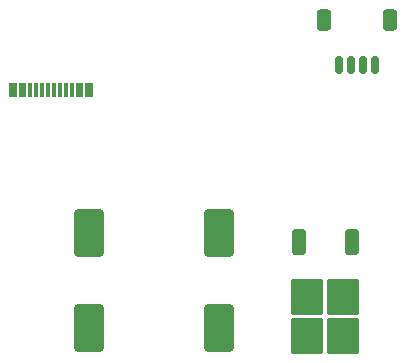
<source format=gbr>
%TF.GenerationSoftware,KiCad,Pcbnew,(7.0.0)*%
%TF.CreationDate,2023-06-11T18:09:50+09:00*%
%TF.ProjectId,rMDU,724d4455-2e6b-4696-9361-645f70636258,rev?*%
%TF.SameCoordinates,Original*%
%TF.FileFunction,Paste,Bot*%
%TF.FilePolarity,Positive*%
%FSLAX46Y46*%
G04 Gerber Fmt 4.6, Leading zero omitted, Abs format (unit mm)*
G04 Created by KiCad (PCBNEW (7.0.0)) date 2023-06-11 18:09:50*
%MOMM*%
%LPD*%
G01*
G04 APERTURE LIST*
G04 Aperture macros list*
%AMRoundRect*
0 Rectangle with rounded corners*
0 $1 Rounding radius*
0 $2 $3 $4 $5 $6 $7 $8 $9 X,Y pos of 4 corners*
0 Add a 4 corners polygon primitive as box body*
4,1,4,$2,$3,$4,$5,$6,$7,$8,$9,$2,$3,0*
0 Add four circle primitives for the rounded corners*
1,1,$1+$1,$2,$3*
1,1,$1+$1,$4,$5*
1,1,$1+$1,$6,$7*
1,1,$1+$1,$8,$9*
0 Add four rect primitives between the rounded corners*
20,1,$1+$1,$2,$3,$4,$5,0*
20,1,$1+$1,$4,$5,$6,$7,0*
20,1,$1+$1,$6,$7,$8,$9,0*
20,1,$1+$1,$8,$9,$2,$3,0*%
G04 Aperture macros list end*
%ADD10RoundRect,0.250000X-0.350000X0.850000X-0.350000X-0.850000X0.350000X-0.850000X0.350000X0.850000X0*%
%ADD11RoundRect,0.250000X-1.125000X1.275000X-1.125000X-1.275000X1.125000X-1.275000X1.125000X1.275000X0*%
%ADD12RoundRect,0.150000X-0.150000X-0.625000X0.150000X-0.625000X0.150000X0.625000X-0.150000X0.625000X0*%
%ADD13RoundRect,0.250000X-0.350000X-0.650000X0.350000X-0.650000X0.350000X0.650000X-0.350000X0.650000X0*%
%ADD14R,0.300000X1.150000*%
%ADD15RoundRect,0.250000X-1.000000X1.750000X-1.000000X-1.750000X1.000000X-1.750000X1.000000X1.750000X0*%
G04 APERTURE END LIST*
D10*
%TO.C,U1*%
X36250000Y9750000D03*
D11*
X40055000Y5125000D03*
X37005000Y5125000D03*
X40055000Y1775000D03*
X37005000Y1775000D03*
D10*
X40810000Y9750000D03*
%TD*%
D12*
%TO.C,J1*%
X39700000Y24725000D03*
X40700000Y24725000D03*
X41700000Y24725000D03*
X42700000Y24725000D03*
D13*
X38400000Y28600000D03*
X44000000Y28600000D03*
%TD*%
D14*
%TO.C,J2*%
X11944873Y22659873D03*
X12744873Y22659873D03*
X14044873Y22659873D03*
X15044873Y22659873D03*
X15544873Y22659873D03*
X16544873Y22659873D03*
X17844873Y22659873D03*
X18644873Y22659873D03*
X18344873Y22659873D03*
X17544873Y22659873D03*
X17044873Y22659873D03*
X16044873Y22659873D03*
X14544873Y22659873D03*
X13544873Y22659873D03*
X13044873Y22659873D03*
X12244873Y22659873D03*
%TD*%
D15*
%TO.C,C9*%
X18500000Y10500000D03*
X18500000Y2500000D03*
%TD*%
%TO.C,C8*%
X29500000Y10500000D03*
X29500000Y2500000D03*
%TD*%
M02*

</source>
